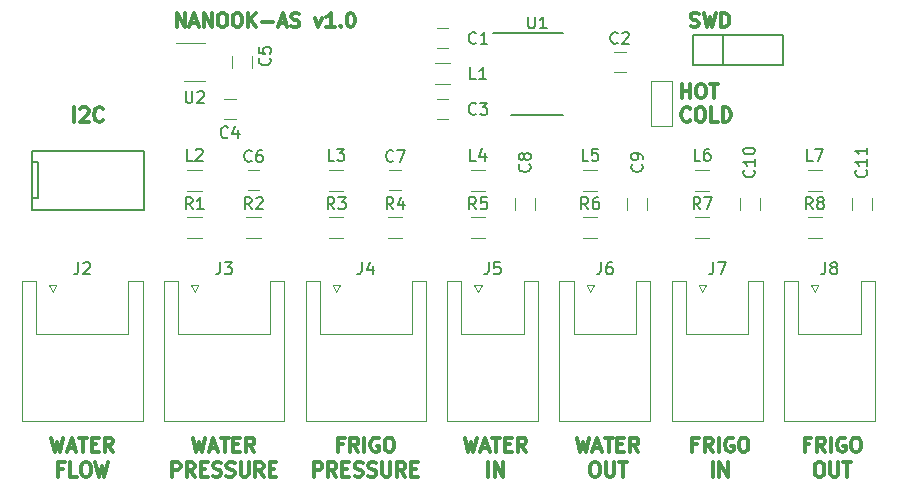
<source format=gbr>
G04 #@! TF.FileFunction,Legend,Top*
%FSLAX46Y46*%
G04 Gerber Fmt 4.6, Leading zero omitted, Abs format (unit mm)*
G04 Created by KiCad (PCBNEW 4.0.7-e2-6376~58~ubuntu16.04.1) date Wed Dec 26 14:08:54 2018*
%MOMM*%
%LPD*%
G01*
G04 APERTURE LIST*
%ADD10C,0.100000*%
%ADD11C,0.300000*%
%ADD12C,0.120000*%
%ADD13C,0.150000*%
G04 APERTURE END LIST*
D10*
D11*
X155485714Y-89042857D02*
X155485714Y-87842857D01*
X156171429Y-89042857D01*
X156171429Y-87842857D01*
X156685714Y-88700000D02*
X157257143Y-88700000D01*
X156571429Y-89042857D02*
X156971429Y-87842857D01*
X157371429Y-89042857D01*
X157771428Y-89042857D02*
X157771428Y-87842857D01*
X158457143Y-89042857D01*
X158457143Y-87842857D01*
X159257143Y-87842857D02*
X159485714Y-87842857D01*
X159600000Y-87900000D01*
X159714286Y-88014286D01*
X159771428Y-88242857D01*
X159771428Y-88642857D01*
X159714286Y-88871429D01*
X159600000Y-88985714D01*
X159485714Y-89042857D01*
X159257143Y-89042857D01*
X159142857Y-88985714D01*
X159028571Y-88871429D01*
X158971428Y-88642857D01*
X158971428Y-88242857D01*
X159028571Y-88014286D01*
X159142857Y-87900000D01*
X159257143Y-87842857D01*
X160514286Y-87842857D02*
X160742857Y-87842857D01*
X160857143Y-87900000D01*
X160971429Y-88014286D01*
X161028571Y-88242857D01*
X161028571Y-88642857D01*
X160971429Y-88871429D01*
X160857143Y-88985714D01*
X160742857Y-89042857D01*
X160514286Y-89042857D01*
X160400000Y-88985714D01*
X160285714Y-88871429D01*
X160228571Y-88642857D01*
X160228571Y-88242857D01*
X160285714Y-88014286D01*
X160400000Y-87900000D01*
X160514286Y-87842857D01*
X161542857Y-89042857D02*
X161542857Y-87842857D01*
X162228572Y-89042857D02*
X161714286Y-88357143D01*
X162228572Y-87842857D02*
X161542857Y-88528571D01*
X162742857Y-88585714D02*
X163657143Y-88585714D01*
X164171428Y-88700000D02*
X164742857Y-88700000D01*
X164057143Y-89042857D02*
X164457143Y-87842857D01*
X164857143Y-89042857D01*
X165199999Y-88985714D02*
X165371428Y-89042857D01*
X165657142Y-89042857D01*
X165771428Y-88985714D01*
X165828571Y-88928571D01*
X165885714Y-88814286D01*
X165885714Y-88700000D01*
X165828571Y-88585714D01*
X165771428Y-88528571D01*
X165657142Y-88471429D01*
X165428571Y-88414286D01*
X165314285Y-88357143D01*
X165257142Y-88300000D01*
X165199999Y-88185714D01*
X165199999Y-88071429D01*
X165257142Y-87957143D01*
X165314285Y-87900000D01*
X165428571Y-87842857D01*
X165714285Y-87842857D01*
X165885714Y-87900000D01*
X167200000Y-88242857D02*
X167485714Y-89042857D01*
X167771428Y-88242857D01*
X168857143Y-89042857D02*
X168171428Y-89042857D01*
X168514286Y-89042857D02*
X168514286Y-87842857D01*
X168400000Y-88014286D01*
X168285714Y-88128571D01*
X168171428Y-88185714D01*
X169371428Y-88928571D02*
X169428571Y-88985714D01*
X169371428Y-89042857D01*
X169314285Y-88985714D01*
X169371428Y-88928571D01*
X169371428Y-89042857D01*
X170171429Y-87842857D02*
X170285714Y-87842857D01*
X170400000Y-87900000D01*
X170457143Y-87957143D01*
X170514286Y-88071429D01*
X170571429Y-88300000D01*
X170571429Y-88585714D01*
X170514286Y-88814286D01*
X170457143Y-88928571D01*
X170400000Y-88985714D01*
X170285714Y-89042857D01*
X170171429Y-89042857D01*
X170057143Y-88985714D01*
X170000000Y-88928571D01*
X169942857Y-88814286D01*
X169885714Y-88585714D01*
X169885714Y-88300000D01*
X169942857Y-88071429D01*
X170000000Y-87957143D01*
X170057143Y-87900000D01*
X170171429Y-87842857D01*
X209057143Y-124364286D02*
X208657143Y-124364286D01*
X208657143Y-124992857D02*
X208657143Y-123792857D01*
X209228572Y-123792857D01*
X210371429Y-124992857D02*
X209971429Y-124421429D01*
X209685714Y-124992857D02*
X209685714Y-123792857D01*
X210142857Y-123792857D01*
X210257143Y-123850000D01*
X210314286Y-123907143D01*
X210371429Y-124021429D01*
X210371429Y-124192857D01*
X210314286Y-124307143D01*
X210257143Y-124364286D01*
X210142857Y-124421429D01*
X209685714Y-124421429D01*
X210885714Y-124992857D02*
X210885714Y-123792857D01*
X212085715Y-123850000D02*
X211971429Y-123792857D01*
X211800000Y-123792857D01*
X211628572Y-123850000D01*
X211514286Y-123964286D01*
X211457143Y-124078571D01*
X211400000Y-124307143D01*
X211400000Y-124478571D01*
X211457143Y-124707143D01*
X211514286Y-124821429D01*
X211628572Y-124935714D01*
X211800000Y-124992857D01*
X211914286Y-124992857D01*
X212085715Y-124935714D01*
X212142858Y-124878571D01*
X212142858Y-124478571D01*
X211914286Y-124478571D01*
X212885715Y-123792857D02*
X213114286Y-123792857D01*
X213228572Y-123850000D01*
X213342858Y-123964286D01*
X213400000Y-124192857D01*
X213400000Y-124592857D01*
X213342858Y-124821429D01*
X213228572Y-124935714D01*
X213114286Y-124992857D01*
X212885715Y-124992857D01*
X212771429Y-124935714D01*
X212657143Y-124821429D01*
X212600000Y-124592857D01*
X212600000Y-124192857D01*
X212657143Y-123964286D01*
X212771429Y-123850000D01*
X212885715Y-123792857D01*
X209800000Y-125892857D02*
X210028571Y-125892857D01*
X210142857Y-125950000D01*
X210257143Y-126064286D01*
X210314285Y-126292857D01*
X210314285Y-126692857D01*
X210257143Y-126921429D01*
X210142857Y-127035714D01*
X210028571Y-127092857D01*
X209800000Y-127092857D01*
X209685714Y-127035714D01*
X209571428Y-126921429D01*
X209514285Y-126692857D01*
X209514285Y-126292857D01*
X209571428Y-126064286D01*
X209685714Y-125950000D01*
X209800000Y-125892857D01*
X210828571Y-125892857D02*
X210828571Y-126864286D01*
X210885714Y-126978571D01*
X210942857Y-127035714D01*
X211057143Y-127092857D01*
X211285714Y-127092857D01*
X211400000Y-127035714D01*
X211457143Y-126978571D01*
X211514286Y-126864286D01*
X211514286Y-125892857D01*
X211914286Y-125892857D02*
X212600000Y-125892857D01*
X212257143Y-127092857D02*
X212257143Y-125892857D01*
X199557143Y-124364286D02*
X199157143Y-124364286D01*
X199157143Y-124992857D02*
X199157143Y-123792857D01*
X199728572Y-123792857D01*
X200871429Y-124992857D02*
X200471429Y-124421429D01*
X200185714Y-124992857D02*
X200185714Y-123792857D01*
X200642857Y-123792857D01*
X200757143Y-123850000D01*
X200814286Y-123907143D01*
X200871429Y-124021429D01*
X200871429Y-124192857D01*
X200814286Y-124307143D01*
X200757143Y-124364286D01*
X200642857Y-124421429D01*
X200185714Y-124421429D01*
X201385714Y-124992857D02*
X201385714Y-123792857D01*
X202585715Y-123850000D02*
X202471429Y-123792857D01*
X202300000Y-123792857D01*
X202128572Y-123850000D01*
X202014286Y-123964286D01*
X201957143Y-124078571D01*
X201900000Y-124307143D01*
X201900000Y-124478571D01*
X201957143Y-124707143D01*
X202014286Y-124821429D01*
X202128572Y-124935714D01*
X202300000Y-124992857D01*
X202414286Y-124992857D01*
X202585715Y-124935714D01*
X202642858Y-124878571D01*
X202642858Y-124478571D01*
X202414286Y-124478571D01*
X203385715Y-123792857D02*
X203614286Y-123792857D01*
X203728572Y-123850000D01*
X203842858Y-123964286D01*
X203900000Y-124192857D01*
X203900000Y-124592857D01*
X203842858Y-124821429D01*
X203728572Y-124935714D01*
X203614286Y-124992857D01*
X203385715Y-124992857D01*
X203271429Y-124935714D01*
X203157143Y-124821429D01*
X203100000Y-124592857D01*
X203100000Y-124192857D01*
X203157143Y-123964286D01*
X203271429Y-123850000D01*
X203385715Y-123792857D01*
X200871428Y-127092857D02*
X200871428Y-125892857D01*
X201442857Y-127092857D02*
X201442857Y-125892857D01*
X202128572Y-127092857D01*
X202128572Y-125892857D01*
X189371429Y-123792857D02*
X189657143Y-124992857D01*
X189885714Y-124135714D01*
X190114286Y-124992857D01*
X190400000Y-123792857D01*
X190800000Y-124650000D02*
X191371429Y-124650000D01*
X190685715Y-124992857D02*
X191085715Y-123792857D01*
X191485715Y-124992857D01*
X191714286Y-123792857D02*
X192400000Y-123792857D01*
X192057143Y-124992857D02*
X192057143Y-123792857D01*
X192800000Y-124364286D02*
X193200000Y-124364286D01*
X193371429Y-124992857D02*
X192800000Y-124992857D01*
X192800000Y-123792857D01*
X193371429Y-123792857D01*
X194571429Y-124992857D02*
X194171429Y-124421429D01*
X193885714Y-124992857D02*
X193885714Y-123792857D01*
X194342857Y-123792857D01*
X194457143Y-123850000D01*
X194514286Y-123907143D01*
X194571429Y-124021429D01*
X194571429Y-124192857D01*
X194514286Y-124307143D01*
X194457143Y-124364286D01*
X194342857Y-124421429D01*
X193885714Y-124421429D01*
X190800000Y-125892857D02*
X191028571Y-125892857D01*
X191142857Y-125950000D01*
X191257143Y-126064286D01*
X191314285Y-126292857D01*
X191314285Y-126692857D01*
X191257143Y-126921429D01*
X191142857Y-127035714D01*
X191028571Y-127092857D01*
X190800000Y-127092857D01*
X190685714Y-127035714D01*
X190571428Y-126921429D01*
X190514285Y-126692857D01*
X190514285Y-126292857D01*
X190571428Y-126064286D01*
X190685714Y-125950000D01*
X190800000Y-125892857D01*
X191828571Y-125892857D02*
X191828571Y-126864286D01*
X191885714Y-126978571D01*
X191942857Y-127035714D01*
X192057143Y-127092857D01*
X192285714Y-127092857D01*
X192400000Y-127035714D01*
X192457143Y-126978571D01*
X192514286Y-126864286D01*
X192514286Y-125892857D01*
X192914286Y-125892857D02*
X193600000Y-125892857D01*
X193257143Y-127092857D02*
X193257143Y-125892857D01*
X179871429Y-123792857D02*
X180157143Y-124992857D01*
X180385714Y-124135714D01*
X180614286Y-124992857D01*
X180900000Y-123792857D01*
X181300000Y-124650000D02*
X181871429Y-124650000D01*
X181185715Y-124992857D02*
X181585715Y-123792857D01*
X181985715Y-124992857D01*
X182214286Y-123792857D02*
X182900000Y-123792857D01*
X182557143Y-124992857D02*
X182557143Y-123792857D01*
X183300000Y-124364286D02*
X183700000Y-124364286D01*
X183871429Y-124992857D02*
X183300000Y-124992857D01*
X183300000Y-123792857D01*
X183871429Y-123792857D01*
X185071429Y-124992857D02*
X184671429Y-124421429D01*
X184385714Y-124992857D02*
X184385714Y-123792857D01*
X184842857Y-123792857D01*
X184957143Y-123850000D01*
X185014286Y-123907143D01*
X185071429Y-124021429D01*
X185071429Y-124192857D01*
X185014286Y-124307143D01*
X184957143Y-124364286D01*
X184842857Y-124421429D01*
X184385714Y-124421429D01*
X181871428Y-127092857D02*
X181871428Y-125892857D01*
X182442857Y-127092857D02*
X182442857Y-125892857D01*
X183128572Y-127092857D01*
X183128572Y-125892857D01*
X169557143Y-124364286D02*
X169157143Y-124364286D01*
X169157143Y-124992857D02*
X169157143Y-123792857D01*
X169728572Y-123792857D01*
X170871429Y-124992857D02*
X170471429Y-124421429D01*
X170185714Y-124992857D02*
X170185714Y-123792857D01*
X170642857Y-123792857D01*
X170757143Y-123850000D01*
X170814286Y-123907143D01*
X170871429Y-124021429D01*
X170871429Y-124192857D01*
X170814286Y-124307143D01*
X170757143Y-124364286D01*
X170642857Y-124421429D01*
X170185714Y-124421429D01*
X171385714Y-124992857D02*
X171385714Y-123792857D01*
X172585715Y-123850000D02*
X172471429Y-123792857D01*
X172300000Y-123792857D01*
X172128572Y-123850000D01*
X172014286Y-123964286D01*
X171957143Y-124078571D01*
X171900000Y-124307143D01*
X171900000Y-124478571D01*
X171957143Y-124707143D01*
X172014286Y-124821429D01*
X172128572Y-124935714D01*
X172300000Y-124992857D01*
X172414286Y-124992857D01*
X172585715Y-124935714D01*
X172642858Y-124878571D01*
X172642858Y-124478571D01*
X172414286Y-124478571D01*
X173385715Y-123792857D02*
X173614286Y-123792857D01*
X173728572Y-123850000D01*
X173842858Y-123964286D01*
X173900000Y-124192857D01*
X173900000Y-124592857D01*
X173842858Y-124821429D01*
X173728572Y-124935714D01*
X173614286Y-124992857D01*
X173385715Y-124992857D01*
X173271429Y-124935714D01*
X173157143Y-124821429D01*
X173100000Y-124592857D01*
X173100000Y-124192857D01*
X173157143Y-123964286D01*
X173271429Y-123850000D01*
X173385715Y-123792857D01*
X167128572Y-127092857D02*
X167128572Y-125892857D01*
X167585715Y-125892857D01*
X167700001Y-125950000D01*
X167757144Y-126007143D01*
X167814287Y-126121429D01*
X167814287Y-126292857D01*
X167757144Y-126407143D01*
X167700001Y-126464286D01*
X167585715Y-126521429D01*
X167128572Y-126521429D01*
X169014287Y-127092857D02*
X168614287Y-126521429D01*
X168328572Y-127092857D02*
X168328572Y-125892857D01*
X168785715Y-125892857D01*
X168900001Y-125950000D01*
X168957144Y-126007143D01*
X169014287Y-126121429D01*
X169014287Y-126292857D01*
X168957144Y-126407143D01*
X168900001Y-126464286D01*
X168785715Y-126521429D01*
X168328572Y-126521429D01*
X169528572Y-126464286D02*
X169928572Y-126464286D01*
X170100001Y-127092857D02*
X169528572Y-127092857D01*
X169528572Y-125892857D01*
X170100001Y-125892857D01*
X170557143Y-127035714D02*
X170728572Y-127092857D01*
X171014286Y-127092857D01*
X171128572Y-127035714D01*
X171185715Y-126978571D01*
X171242858Y-126864286D01*
X171242858Y-126750000D01*
X171185715Y-126635714D01*
X171128572Y-126578571D01*
X171014286Y-126521429D01*
X170785715Y-126464286D01*
X170671429Y-126407143D01*
X170614286Y-126350000D01*
X170557143Y-126235714D01*
X170557143Y-126121429D01*
X170614286Y-126007143D01*
X170671429Y-125950000D01*
X170785715Y-125892857D01*
X171071429Y-125892857D01*
X171242858Y-125950000D01*
X171700000Y-127035714D02*
X171871429Y-127092857D01*
X172157143Y-127092857D01*
X172271429Y-127035714D01*
X172328572Y-126978571D01*
X172385715Y-126864286D01*
X172385715Y-126750000D01*
X172328572Y-126635714D01*
X172271429Y-126578571D01*
X172157143Y-126521429D01*
X171928572Y-126464286D01*
X171814286Y-126407143D01*
X171757143Y-126350000D01*
X171700000Y-126235714D01*
X171700000Y-126121429D01*
X171757143Y-126007143D01*
X171814286Y-125950000D01*
X171928572Y-125892857D01*
X172214286Y-125892857D01*
X172385715Y-125950000D01*
X172900000Y-125892857D02*
X172900000Y-126864286D01*
X172957143Y-126978571D01*
X173014286Y-127035714D01*
X173128572Y-127092857D01*
X173357143Y-127092857D01*
X173471429Y-127035714D01*
X173528572Y-126978571D01*
X173585715Y-126864286D01*
X173585715Y-125892857D01*
X174842858Y-127092857D02*
X174442858Y-126521429D01*
X174157143Y-127092857D02*
X174157143Y-125892857D01*
X174614286Y-125892857D01*
X174728572Y-125950000D01*
X174785715Y-126007143D01*
X174842858Y-126121429D01*
X174842858Y-126292857D01*
X174785715Y-126407143D01*
X174728572Y-126464286D01*
X174614286Y-126521429D01*
X174157143Y-126521429D01*
X175357143Y-126464286D02*
X175757143Y-126464286D01*
X175928572Y-127092857D02*
X175357143Y-127092857D01*
X175357143Y-125892857D01*
X175928572Y-125892857D01*
X156871429Y-123792857D02*
X157157143Y-124992857D01*
X157385714Y-124135714D01*
X157614286Y-124992857D01*
X157900000Y-123792857D01*
X158300000Y-124650000D02*
X158871429Y-124650000D01*
X158185715Y-124992857D02*
X158585715Y-123792857D01*
X158985715Y-124992857D01*
X159214286Y-123792857D02*
X159900000Y-123792857D01*
X159557143Y-124992857D02*
X159557143Y-123792857D01*
X160300000Y-124364286D02*
X160700000Y-124364286D01*
X160871429Y-124992857D02*
X160300000Y-124992857D01*
X160300000Y-123792857D01*
X160871429Y-123792857D01*
X162071429Y-124992857D02*
X161671429Y-124421429D01*
X161385714Y-124992857D02*
X161385714Y-123792857D01*
X161842857Y-123792857D01*
X161957143Y-123850000D01*
X162014286Y-123907143D01*
X162071429Y-124021429D01*
X162071429Y-124192857D01*
X162014286Y-124307143D01*
X161957143Y-124364286D01*
X161842857Y-124421429D01*
X161385714Y-124421429D01*
X155128572Y-127092857D02*
X155128572Y-125892857D01*
X155585715Y-125892857D01*
X155700001Y-125950000D01*
X155757144Y-126007143D01*
X155814287Y-126121429D01*
X155814287Y-126292857D01*
X155757144Y-126407143D01*
X155700001Y-126464286D01*
X155585715Y-126521429D01*
X155128572Y-126521429D01*
X157014287Y-127092857D02*
X156614287Y-126521429D01*
X156328572Y-127092857D02*
X156328572Y-125892857D01*
X156785715Y-125892857D01*
X156900001Y-125950000D01*
X156957144Y-126007143D01*
X157014287Y-126121429D01*
X157014287Y-126292857D01*
X156957144Y-126407143D01*
X156900001Y-126464286D01*
X156785715Y-126521429D01*
X156328572Y-126521429D01*
X157528572Y-126464286D02*
X157928572Y-126464286D01*
X158100001Y-127092857D02*
X157528572Y-127092857D01*
X157528572Y-125892857D01*
X158100001Y-125892857D01*
X158557143Y-127035714D02*
X158728572Y-127092857D01*
X159014286Y-127092857D01*
X159128572Y-127035714D01*
X159185715Y-126978571D01*
X159242858Y-126864286D01*
X159242858Y-126750000D01*
X159185715Y-126635714D01*
X159128572Y-126578571D01*
X159014286Y-126521429D01*
X158785715Y-126464286D01*
X158671429Y-126407143D01*
X158614286Y-126350000D01*
X158557143Y-126235714D01*
X158557143Y-126121429D01*
X158614286Y-126007143D01*
X158671429Y-125950000D01*
X158785715Y-125892857D01*
X159071429Y-125892857D01*
X159242858Y-125950000D01*
X159700000Y-127035714D02*
X159871429Y-127092857D01*
X160157143Y-127092857D01*
X160271429Y-127035714D01*
X160328572Y-126978571D01*
X160385715Y-126864286D01*
X160385715Y-126750000D01*
X160328572Y-126635714D01*
X160271429Y-126578571D01*
X160157143Y-126521429D01*
X159928572Y-126464286D01*
X159814286Y-126407143D01*
X159757143Y-126350000D01*
X159700000Y-126235714D01*
X159700000Y-126121429D01*
X159757143Y-126007143D01*
X159814286Y-125950000D01*
X159928572Y-125892857D01*
X160214286Y-125892857D01*
X160385715Y-125950000D01*
X160900000Y-125892857D02*
X160900000Y-126864286D01*
X160957143Y-126978571D01*
X161014286Y-127035714D01*
X161128572Y-127092857D01*
X161357143Y-127092857D01*
X161471429Y-127035714D01*
X161528572Y-126978571D01*
X161585715Y-126864286D01*
X161585715Y-125892857D01*
X162842858Y-127092857D02*
X162442858Y-126521429D01*
X162157143Y-127092857D02*
X162157143Y-125892857D01*
X162614286Y-125892857D01*
X162728572Y-125950000D01*
X162785715Y-126007143D01*
X162842858Y-126121429D01*
X162842858Y-126292857D01*
X162785715Y-126407143D01*
X162728572Y-126464286D01*
X162614286Y-126521429D01*
X162157143Y-126521429D01*
X163357143Y-126464286D02*
X163757143Y-126464286D01*
X163928572Y-127092857D02*
X163357143Y-127092857D01*
X163357143Y-125892857D01*
X163928572Y-125892857D01*
X144871429Y-123792857D02*
X145157143Y-124992857D01*
X145385714Y-124135714D01*
X145614286Y-124992857D01*
X145900000Y-123792857D01*
X146300000Y-124650000D02*
X146871429Y-124650000D01*
X146185715Y-124992857D02*
X146585715Y-123792857D01*
X146985715Y-124992857D01*
X147214286Y-123792857D02*
X147900000Y-123792857D01*
X147557143Y-124992857D02*
X147557143Y-123792857D01*
X148300000Y-124364286D02*
X148700000Y-124364286D01*
X148871429Y-124992857D02*
X148300000Y-124992857D01*
X148300000Y-123792857D01*
X148871429Y-123792857D01*
X150071429Y-124992857D02*
X149671429Y-124421429D01*
X149385714Y-124992857D02*
X149385714Y-123792857D01*
X149842857Y-123792857D01*
X149957143Y-123850000D01*
X150014286Y-123907143D01*
X150071429Y-124021429D01*
X150071429Y-124192857D01*
X150014286Y-124307143D01*
X149957143Y-124364286D01*
X149842857Y-124421429D01*
X149385714Y-124421429D01*
X145871428Y-126464286D02*
X145471428Y-126464286D01*
X145471428Y-127092857D02*
X145471428Y-125892857D01*
X146042857Y-125892857D01*
X147071428Y-127092857D02*
X146499999Y-127092857D01*
X146499999Y-125892857D01*
X147700000Y-125892857D02*
X147928571Y-125892857D01*
X148042857Y-125950000D01*
X148157143Y-126064286D01*
X148214285Y-126292857D01*
X148214285Y-126692857D01*
X148157143Y-126921429D01*
X148042857Y-127035714D01*
X147928571Y-127092857D01*
X147700000Y-127092857D01*
X147585714Y-127035714D01*
X147471428Y-126921429D01*
X147414285Y-126692857D01*
X147414285Y-126292857D01*
X147471428Y-126064286D01*
X147585714Y-125950000D01*
X147700000Y-125892857D01*
X148614286Y-125892857D02*
X148900000Y-127092857D01*
X149128571Y-126235714D01*
X149357143Y-127092857D01*
X149642857Y-125892857D01*
X146828571Y-97042857D02*
X146828571Y-95842857D01*
X147342857Y-95957143D02*
X147400000Y-95900000D01*
X147514286Y-95842857D01*
X147800000Y-95842857D01*
X147914286Y-95900000D01*
X147971429Y-95957143D01*
X148028572Y-96071429D01*
X148028572Y-96185714D01*
X147971429Y-96357143D01*
X147285715Y-97042857D01*
X148028572Y-97042857D01*
X149228572Y-96928571D02*
X149171429Y-96985714D01*
X149000000Y-97042857D01*
X148885714Y-97042857D01*
X148714286Y-96985714D01*
X148600000Y-96871429D01*
X148542857Y-96757143D01*
X148485714Y-96528571D01*
X148485714Y-96357143D01*
X148542857Y-96128571D01*
X148600000Y-96014286D01*
X148714286Y-95900000D01*
X148885714Y-95842857D01*
X149000000Y-95842857D01*
X149171429Y-95900000D01*
X149228572Y-95957143D01*
X199014285Y-88985714D02*
X199185714Y-89042857D01*
X199471428Y-89042857D01*
X199585714Y-88985714D01*
X199642857Y-88928571D01*
X199700000Y-88814286D01*
X199700000Y-88700000D01*
X199642857Y-88585714D01*
X199585714Y-88528571D01*
X199471428Y-88471429D01*
X199242857Y-88414286D01*
X199128571Y-88357143D01*
X199071428Y-88300000D01*
X199014285Y-88185714D01*
X199014285Y-88071429D01*
X199071428Y-87957143D01*
X199128571Y-87900000D01*
X199242857Y-87842857D01*
X199528571Y-87842857D01*
X199700000Y-87900000D01*
X200100000Y-87842857D02*
X200385714Y-89042857D01*
X200614285Y-88185714D01*
X200842857Y-89042857D01*
X201128571Y-87842857D01*
X201585714Y-89042857D02*
X201585714Y-87842857D01*
X201871429Y-87842857D01*
X202042857Y-87900000D01*
X202157143Y-88014286D01*
X202214286Y-88128571D01*
X202271429Y-88357143D01*
X202271429Y-88528571D01*
X202214286Y-88757143D01*
X202157143Y-88871429D01*
X202042857Y-88985714D01*
X201871429Y-89042857D01*
X201585714Y-89042857D01*
X198971429Y-96928571D02*
X198914286Y-96985714D01*
X198742857Y-97042857D01*
X198628571Y-97042857D01*
X198457143Y-96985714D01*
X198342857Y-96871429D01*
X198285714Y-96757143D01*
X198228571Y-96528571D01*
X198228571Y-96357143D01*
X198285714Y-96128571D01*
X198342857Y-96014286D01*
X198457143Y-95900000D01*
X198628571Y-95842857D01*
X198742857Y-95842857D01*
X198914286Y-95900000D01*
X198971429Y-95957143D01*
X199714286Y-95842857D02*
X199942857Y-95842857D01*
X200057143Y-95900000D01*
X200171429Y-96014286D01*
X200228571Y-96242857D01*
X200228571Y-96642857D01*
X200171429Y-96871429D01*
X200057143Y-96985714D01*
X199942857Y-97042857D01*
X199714286Y-97042857D01*
X199600000Y-96985714D01*
X199485714Y-96871429D01*
X199428571Y-96642857D01*
X199428571Y-96242857D01*
X199485714Y-96014286D01*
X199600000Y-95900000D01*
X199714286Y-95842857D01*
X201314286Y-97042857D02*
X200742857Y-97042857D01*
X200742857Y-95842857D01*
X201714286Y-97042857D02*
X201714286Y-95842857D01*
X202000001Y-95842857D01*
X202171429Y-95900000D01*
X202285715Y-96014286D01*
X202342858Y-96128571D01*
X202400001Y-96357143D01*
X202400001Y-96528571D01*
X202342858Y-96757143D01*
X202285715Y-96871429D01*
X202171429Y-96985714D01*
X202000001Y-97042857D01*
X201714286Y-97042857D01*
X198285714Y-95042857D02*
X198285714Y-93842857D01*
X198285714Y-94414286D02*
X198971429Y-94414286D01*
X198971429Y-95042857D02*
X198971429Y-93842857D01*
X199771429Y-93842857D02*
X200000000Y-93842857D01*
X200114286Y-93900000D01*
X200228572Y-94014286D01*
X200285714Y-94242857D01*
X200285714Y-94642857D01*
X200228572Y-94871429D01*
X200114286Y-94985714D01*
X200000000Y-95042857D01*
X199771429Y-95042857D01*
X199657143Y-94985714D01*
X199542857Y-94871429D01*
X199485714Y-94642857D01*
X199485714Y-94242857D01*
X199542857Y-94014286D01*
X199657143Y-93900000D01*
X199771429Y-93842857D01*
X200628572Y-93842857D02*
X201314286Y-93842857D01*
X200971429Y-95042857D02*
X200971429Y-93842857D01*
D12*
X177500000Y-90850000D02*
X178500000Y-90850000D01*
X178500000Y-89150000D02*
X177500000Y-89150000D01*
X193500000Y-91150000D02*
X192500000Y-91150000D01*
X192500000Y-92850000D02*
X193500000Y-92850000D01*
X178500000Y-95150000D02*
X177500000Y-95150000D01*
X177500000Y-96850000D02*
X178500000Y-96850000D01*
X159500000Y-96850000D02*
X160500000Y-96850000D01*
X160500000Y-95150000D02*
X159500000Y-95150000D01*
X160150000Y-91500000D02*
X160150000Y-92500000D01*
X161850000Y-92500000D02*
X161850000Y-91500000D01*
X162500000Y-101150000D02*
X161500000Y-101150000D01*
X161500000Y-102850000D02*
X162500000Y-102850000D01*
X174500000Y-101150000D02*
X173500000Y-101150000D01*
X173500000Y-102850000D02*
X174500000Y-102850000D01*
X185850000Y-104500000D02*
X185850000Y-103500000D01*
X184150000Y-103500000D02*
X184150000Y-104500000D01*
X195350000Y-104500000D02*
X195350000Y-103500000D01*
X193650000Y-103500000D02*
X193650000Y-104500000D01*
X204850000Y-104500000D02*
X204850000Y-103500000D01*
X203150000Y-103500000D02*
X203150000Y-104500000D01*
X214350000Y-104500000D02*
X214350000Y-103500000D01*
X212650000Y-103500000D02*
X212650000Y-104500000D01*
X197390000Y-97410000D02*
X197390000Y-93590000D01*
X197390000Y-93590000D02*
X195610000Y-93590000D01*
X195610000Y-93590000D02*
X195610000Y-97410000D01*
X197390000Y-97410000D02*
X195610000Y-97410000D01*
X178600000Y-93880000D02*
X177400000Y-93880000D01*
X177400000Y-92120000D02*
X178600000Y-92120000D01*
X157600000Y-102880000D02*
X156400000Y-102880000D01*
X156400000Y-101120000D02*
X157600000Y-101120000D01*
X169600000Y-102880000D02*
X168400000Y-102880000D01*
X168400000Y-101120000D02*
X169600000Y-101120000D01*
X181600000Y-102880000D02*
X180400000Y-102880000D01*
X180400000Y-101120000D02*
X181600000Y-101120000D01*
X191100000Y-102880000D02*
X189900000Y-102880000D01*
X189900000Y-101120000D02*
X191100000Y-101120000D01*
X200600000Y-102880000D02*
X199400000Y-102880000D01*
X199400000Y-101120000D02*
X200600000Y-101120000D01*
X210100000Y-102880000D02*
X208900000Y-102880000D01*
X208900000Y-101120000D02*
X210100000Y-101120000D01*
X157600000Y-106880000D02*
X156400000Y-106880000D01*
X156400000Y-105120000D02*
X157600000Y-105120000D01*
X162600000Y-106880000D02*
X161400000Y-106880000D01*
X161400000Y-105120000D02*
X162600000Y-105120000D01*
X169600000Y-106880000D02*
X168400000Y-106880000D01*
X168400000Y-105120000D02*
X169600000Y-105120000D01*
X174600000Y-106880000D02*
X173400000Y-106880000D01*
X173400000Y-105120000D02*
X174600000Y-105120000D01*
X181600000Y-106880000D02*
X180400000Y-106880000D01*
X180400000Y-105120000D02*
X181600000Y-105120000D01*
X191100000Y-106880000D02*
X189900000Y-106880000D01*
X189900000Y-105120000D02*
X191100000Y-105120000D01*
X200600000Y-106880000D02*
X199400000Y-106880000D01*
X199400000Y-105120000D02*
X200600000Y-105120000D01*
X210100000Y-106880000D02*
X208900000Y-106880000D01*
X208900000Y-105120000D02*
X210100000Y-105120000D01*
D13*
X183775000Y-96450000D02*
X188225000Y-96450000D01*
X182250000Y-89550000D02*
X188225000Y-89550000D01*
D12*
X156100000Y-93610000D02*
X157900000Y-93610000D01*
X157900000Y-90390000D02*
X155450000Y-90390000D01*
D13*
X143250000Y-99500000D02*
X152750000Y-99500000D01*
X143250000Y-104500000D02*
X152750000Y-104500000D01*
X143250000Y-99500000D02*
X143250000Y-104500000D01*
X152750000Y-99500000D02*
X152750000Y-104500000D01*
X143250000Y-100500000D02*
X143750000Y-100500000D01*
X143750000Y-100500000D02*
X143750000Y-103500000D01*
X143250000Y-103500000D02*
X143750000Y-103500000D01*
X201730000Y-89730000D02*
X201730000Y-92270000D01*
X199190000Y-89730000D02*
X206810000Y-89730000D01*
X206810000Y-89730000D02*
X206810000Y-92270000D01*
X206810000Y-92270000D02*
X199190000Y-92270000D01*
X199190000Y-92270000D02*
X199190000Y-89730000D01*
D12*
X147500000Y-122350000D02*
X142400000Y-122350000D01*
X142400000Y-122350000D02*
X142400000Y-110550000D01*
X142400000Y-110550000D02*
X143600000Y-110550000D01*
X143600000Y-110550000D02*
X143600000Y-115050000D01*
X143600000Y-115050000D02*
X147500000Y-115050000D01*
X147500000Y-122350000D02*
X152600000Y-122350000D01*
X152600000Y-122350000D02*
X152600000Y-110550000D01*
X152600000Y-110550000D02*
X151400000Y-110550000D01*
X151400000Y-110550000D02*
X151400000Y-115050000D01*
X151400000Y-115050000D02*
X147500000Y-115050000D01*
X145000000Y-111500000D02*
X144700000Y-110900000D01*
X144700000Y-110900000D02*
X145300000Y-110900000D01*
X145300000Y-110900000D02*
X145000000Y-111500000D01*
X159500000Y-122350000D02*
X154400000Y-122350000D01*
X154400000Y-122350000D02*
X154400000Y-110550000D01*
X154400000Y-110550000D02*
X155600000Y-110550000D01*
X155600000Y-110550000D02*
X155600000Y-115050000D01*
X155600000Y-115050000D02*
X159500000Y-115050000D01*
X159500000Y-122350000D02*
X164600000Y-122350000D01*
X164600000Y-122350000D02*
X164600000Y-110550000D01*
X164600000Y-110550000D02*
X163400000Y-110550000D01*
X163400000Y-110550000D02*
X163400000Y-115050000D01*
X163400000Y-115050000D02*
X159500000Y-115050000D01*
X157000000Y-111500000D02*
X156700000Y-110900000D01*
X156700000Y-110900000D02*
X157300000Y-110900000D01*
X157300000Y-110900000D02*
X157000000Y-111500000D01*
X171500000Y-122350000D02*
X166400000Y-122350000D01*
X166400000Y-122350000D02*
X166400000Y-110550000D01*
X166400000Y-110550000D02*
X167600000Y-110550000D01*
X167600000Y-110550000D02*
X167600000Y-115050000D01*
X167600000Y-115050000D02*
X171500000Y-115050000D01*
X171500000Y-122350000D02*
X176600000Y-122350000D01*
X176600000Y-122350000D02*
X176600000Y-110550000D01*
X176600000Y-110550000D02*
X175400000Y-110550000D01*
X175400000Y-110550000D02*
X175400000Y-115050000D01*
X175400000Y-115050000D02*
X171500000Y-115050000D01*
X169000000Y-111500000D02*
X168700000Y-110900000D01*
X168700000Y-110900000D02*
X169300000Y-110900000D01*
X169300000Y-110900000D02*
X169000000Y-111500000D01*
X182250000Y-122350000D02*
X178400000Y-122350000D01*
X178400000Y-122350000D02*
X178400000Y-110550000D01*
X178400000Y-110550000D02*
X179600000Y-110550000D01*
X179600000Y-110550000D02*
X179600000Y-115050000D01*
X179600000Y-115050000D02*
X182250000Y-115050000D01*
X182250000Y-122350000D02*
X186100000Y-122350000D01*
X186100000Y-122350000D02*
X186100000Y-110550000D01*
X186100000Y-110550000D02*
X184900000Y-110550000D01*
X184900000Y-110550000D02*
X184900000Y-115050000D01*
X184900000Y-115050000D02*
X182250000Y-115050000D01*
X181000000Y-111500000D02*
X180700000Y-110900000D01*
X180700000Y-110900000D02*
X181300000Y-110900000D01*
X181300000Y-110900000D02*
X181000000Y-111500000D01*
X191750000Y-122350000D02*
X187900000Y-122350000D01*
X187900000Y-122350000D02*
X187900000Y-110550000D01*
X187900000Y-110550000D02*
X189100000Y-110550000D01*
X189100000Y-110550000D02*
X189100000Y-115050000D01*
X189100000Y-115050000D02*
X191750000Y-115050000D01*
X191750000Y-122350000D02*
X195600000Y-122350000D01*
X195600000Y-122350000D02*
X195600000Y-110550000D01*
X195600000Y-110550000D02*
X194400000Y-110550000D01*
X194400000Y-110550000D02*
X194400000Y-115050000D01*
X194400000Y-115050000D02*
X191750000Y-115050000D01*
X190500000Y-111500000D02*
X190200000Y-110900000D01*
X190200000Y-110900000D02*
X190800000Y-110900000D01*
X190800000Y-110900000D02*
X190500000Y-111500000D01*
X201250000Y-122350000D02*
X197400000Y-122350000D01*
X197400000Y-122350000D02*
X197400000Y-110550000D01*
X197400000Y-110550000D02*
X198600000Y-110550000D01*
X198600000Y-110550000D02*
X198600000Y-115050000D01*
X198600000Y-115050000D02*
X201250000Y-115050000D01*
X201250000Y-122350000D02*
X205100000Y-122350000D01*
X205100000Y-122350000D02*
X205100000Y-110550000D01*
X205100000Y-110550000D02*
X203900000Y-110550000D01*
X203900000Y-110550000D02*
X203900000Y-115050000D01*
X203900000Y-115050000D02*
X201250000Y-115050000D01*
X200000000Y-111500000D02*
X199700000Y-110900000D01*
X199700000Y-110900000D02*
X200300000Y-110900000D01*
X200300000Y-110900000D02*
X200000000Y-111500000D01*
X210750000Y-122350000D02*
X206900000Y-122350000D01*
X206900000Y-122350000D02*
X206900000Y-110550000D01*
X206900000Y-110550000D02*
X208100000Y-110550000D01*
X208100000Y-110550000D02*
X208100000Y-115050000D01*
X208100000Y-115050000D02*
X210750000Y-115050000D01*
X210750000Y-122350000D02*
X214600000Y-122350000D01*
X214600000Y-122350000D02*
X214600000Y-110550000D01*
X214600000Y-110550000D02*
X213400000Y-110550000D01*
X213400000Y-110550000D02*
X213400000Y-115050000D01*
X213400000Y-115050000D02*
X210750000Y-115050000D01*
X209500000Y-111500000D02*
X209200000Y-110900000D01*
X209200000Y-110900000D02*
X209800000Y-110900000D01*
X209800000Y-110900000D02*
X209500000Y-111500000D01*
D13*
X180833334Y-90357143D02*
X180785715Y-90404762D01*
X180642858Y-90452381D01*
X180547620Y-90452381D01*
X180404762Y-90404762D01*
X180309524Y-90309524D01*
X180261905Y-90214286D01*
X180214286Y-90023810D01*
X180214286Y-89880952D01*
X180261905Y-89690476D01*
X180309524Y-89595238D01*
X180404762Y-89500000D01*
X180547620Y-89452381D01*
X180642858Y-89452381D01*
X180785715Y-89500000D01*
X180833334Y-89547619D01*
X181785715Y-90452381D02*
X181214286Y-90452381D01*
X181500000Y-90452381D02*
X181500000Y-89452381D01*
X181404762Y-89595238D01*
X181309524Y-89690476D01*
X181214286Y-89738095D01*
X192833334Y-90357143D02*
X192785715Y-90404762D01*
X192642858Y-90452381D01*
X192547620Y-90452381D01*
X192404762Y-90404762D01*
X192309524Y-90309524D01*
X192261905Y-90214286D01*
X192214286Y-90023810D01*
X192214286Y-89880952D01*
X192261905Y-89690476D01*
X192309524Y-89595238D01*
X192404762Y-89500000D01*
X192547620Y-89452381D01*
X192642858Y-89452381D01*
X192785715Y-89500000D01*
X192833334Y-89547619D01*
X193214286Y-89547619D02*
X193261905Y-89500000D01*
X193357143Y-89452381D01*
X193595239Y-89452381D01*
X193690477Y-89500000D01*
X193738096Y-89547619D01*
X193785715Y-89642857D01*
X193785715Y-89738095D01*
X193738096Y-89880952D01*
X193166667Y-90452381D01*
X193785715Y-90452381D01*
X180833334Y-96357143D02*
X180785715Y-96404762D01*
X180642858Y-96452381D01*
X180547620Y-96452381D01*
X180404762Y-96404762D01*
X180309524Y-96309524D01*
X180261905Y-96214286D01*
X180214286Y-96023810D01*
X180214286Y-95880952D01*
X180261905Y-95690476D01*
X180309524Y-95595238D01*
X180404762Y-95500000D01*
X180547620Y-95452381D01*
X180642858Y-95452381D01*
X180785715Y-95500000D01*
X180833334Y-95547619D01*
X181166667Y-95452381D02*
X181785715Y-95452381D01*
X181452381Y-95833333D01*
X181595239Y-95833333D01*
X181690477Y-95880952D01*
X181738096Y-95928571D01*
X181785715Y-96023810D01*
X181785715Y-96261905D01*
X181738096Y-96357143D01*
X181690477Y-96404762D01*
X181595239Y-96452381D01*
X181309524Y-96452381D01*
X181214286Y-96404762D01*
X181166667Y-96357143D01*
X159833334Y-98357143D02*
X159785715Y-98404762D01*
X159642858Y-98452381D01*
X159547620Y-98452381D01*
X159404762Y-98404762D01*
X159309524Y-98309524D01*
X159261905Y-98214286D01*
X159214286Y-98023810D01*
X159214286Y-97880952D01*
X159261905Y-97690476D01*
X159309524Y-97595238D01*
X159404762Y-97500000D01*
X159547620Y-97452381D01*
X159642858Y-97452381D01*
X159785715Y-97500000D01*
X159833334Y-97547619D01*
X160690477Y-97785714D02*
X160690477Y-98452381D01*
X160452381Y-97404762D02*
X160214286Y-98119048D01*
X160833334Y-98119048D01*
X163357143Y-91666666D02*
X163404762Y-91714285D01*
X163452381Y-91857142D01*
X163452381Y-91952380D01*
X163404762Y-92095238D01*
X163309524Y-92190476D01*
X163214286Y-92238095D01*
X163023810Y-92285714D01*
X162880952Y-92285714D01*
X162690476Y-92238095D01*
X162595238Y-92190476D01*
X162500000Y-92095238D01*
X162452381Y-91952380D01*
X162452381Y-91857142D01*
X162500000Y-91714285D01*
X162547619Y-91666666D01*
X162452381Y-90761904D02*
X162452381Y-91238095D01*
X162928571Y-91285714D01*
X162880952Y-91238095D01*
X162833333Y-91142857D01*
X162833333Y-90904761D01*
X162880952Y-90809523D01*
X162928571Y-90761904D01*
X163023810Y-90714285D01*
X163261905Y-90714285D01*
X163357143Y-90761904D01*
X163404762Y-90809523D01*
X163452381Y-90904761D01*
X163452381Y-91142857D01*
X163404762Y-91238095D01*
X163357143Y-91285714D01*
X161833334Y-100357143D02*
X161785715Y-100404762D01*
X161642858Y-100452381D01*
X161547620Y-100452381D01*
X161404762Y-100404762D01*
X161309524Y-100309524D01*
X161261905Y-100214286D01*
X161214286Y-100023810D01*
X161214286Y-99880952D01*
X161261905Y-99690476D01*
X161309524Y-99595238D01*
X161404762Y-99500000D01*
X161547620Y-99452381D01*
X161642858Y-99452381D01*
X161785715Y-99500000D01*
X161833334Y-99547619D01*
X162690477Y-99452381D02*
X162500000Y-99452381D01*
X162404762Y-99500000D01*
X162357143Y-99547619D01*
X162261905Y-99690476D01*
X162214286Y-99880952D01*
X162214286Y-100261905D01*
X162261905Y-100357143D01*
X162309524Y-100404762D01*
X162404762Y-100452381D01*
X162595239Y-100452381D01*
X162690477Y-100404762D01*
X162738096Y-100357143D01*
X162785715Y-100261905D01*
X162785715Y-100023810D01*
X162738096Y-99928571D01*
X162690477Y-99880952D01*
X162595239Y-99833333D01*
X162404762Y-99833333D01*
X162309524Y-99880952D01*
X162261905Y-99928571D01*
X162214286Y-100023810D01*
X173833334Y-100357143D02*
X173785715Y-100404762D01*
X173642858Y-100452381D01*
X173547620Y-100452381D01*
X173404762Y-100404762D01*
X173309524Y-100309524D01*
X173261905Y-100214286D01*
X173214286Y-100023810D01*
X173214286Y-99880952D01*
X173261905Y-99690476D01*
X173309524Y-99595238D01*
X173404762Y-99500000D01*
X173547620Y-99452381D01*
X173642858Y-99452381D01*
X173785715Y-99500000D01*
X173833334Y-99547619D01*
X174166667Y-99452381D02*
X174833334Y-99452381D01*
X174404762Y-100452381D01*
X185357143Y-100666666D02*
X185404762Y-100714285D01*
X185452381Y-100857142D01*
X185452381Y-100952380D01*
X185404762Y-101095238D01*
X185309524Y-101190476D01*
X185214286Y-101238095D01*
X185023810Y-101285714D01*
X184880952Y-101285714D01*
X184690476Y-101238095D01*
X184595238Y-101190476D01*
X184500000Y-101095238D01*
X184452381Y-100952380D01*
X184452381Y-100857142D01*
X184500000Y-100714285D01*
X184547619Y-100666666D01*
X184880952Y-100095238D02*
X184833333Y-100190476D01*
X184785714Y-100238095D01*
X184690476Y-100285714D01*
X184642857Y-100285714D01*
X184547619Y-100238095D01*
X184500000Y-100190476D01*
X184452381Y-100095238D01*
X184452381Y-99904761D01*
X184500000Y-99809523D01*
X184547619Y-99761904D01*
X184642857Y-99714285D01*
X184690476Y-99714285D01*
X184785714Y-99761904D01*
X184833333Y-99809523D01*
X184880952Y-99904761D01*
X184880952Y-100095238D01*
X184928571Y-100190476D01*
X184976190Y-100238095D01*
X185071429Y-100285714D01*
X185261905Y-100285714D01*
X185357143Y-100238095D01*
X185404762Y-100190476D01*
X185452381Y-100095238D01*
X185452381Y-99904761D01*
X185404762Y-99809523D01*
X185357143Y-99761904D01*
X185261905Y-99714285D01*
X185071429Y-99714285D01*
X184976190Y-99761904D01*
X184928571Y-99809523D01*
X184880952Y-99904761D01*
X194857143Y-100666666D02*
X194904762Y-100714285D01*
X194952381Y-100857142D01*
X194952381Y-100952380D01*
X194904762Y-101095238D01*
X194809524Y-101190476D01*
X194714286Y-101238095D01*
X194523810Y-101285714D01*
X194380952Y-101285714D01*
X194190476Y-101238095D01*
X194095238Y-101190476D01*
X194000000Y-101095238D01*
X193952381Y-100952380D01*
X193952381Y-100857142D01*
X194000000Y-100714285D01*
X194047619Y-100666666D01*
X194952381Y-100190476D02*
X194952381Y-100000000D01*
X194904762Y-99904761D01*
X194857143Y-99857142D01*
X194714286Y-99761904D01*
X194523810Y-99714285D01*
X194142857Y-99714285D01*
X194047619Y-99761904D01*
X194000000Y-99809523D01*
X193952381Y-99904761D01*
X193952381Y-100095238D01*
X194000000Y-100190476D01*
X194047619Y-100238095D01*
X194142857Y-100285714D01*
X194380952Y-100285714D01*
X194476190Y-100238095D01*
X194523810Y-100190476D01*
X194571429Y-100095238D01*
X194571429Y-99904761D01*
X194523810Y-99809523D01*
X194476190Y-99761904D01*
X194380952Y-99714285D01*
X204357143Y-101142857D02*
X204404762Y-101190476D01*
X204452381Y-101333333D01*
X204452381Y-101428571D01*
X204404762Y-101571429D01*
X204309524Y-101666667D01*
X204214286Y-101714286D01*
X204023810Y-101761905D01*
X203880952Y-101761905D01*
X203690476Y-101714286D01*
X203595238Y-101666667D01*
X203500000Y-101571429D01*
X203452381Y-101428571D01*
X203452381Y-101333333D01*
X203500000Y-101190476D01*
X203547619Y-101142857D01*
X204452381Y-100190476D02*
X204452381Y-100761905D01*
X204452381Y-100476191D02*
X203452381Y-100476191D01*
X203595238Y-100571429D01*
X203690476Y-100666667D01*
X203738095Y-100761905D01*
X203452381Y-99571429D02*
X203452381Y-99476190D01*
X203500000Y-99380952D01*
X203547619Y-99333333D01*
X203642857Y-99285714D01*
X203833333Y-99238095D01*
X204071429Y-99238095D01*
X204261905Y-99285714D01*
X204357143Y-99333333D01*
X204404762Y-99380952D01*
X204452381Y-99476190D01*
X204452381Y-99571429D01*
X204404762Y-99666667D01*
X204357143Y-99714286D01*
X204261905Y-99761905D01*
X204071429Y-99809524D01*
X203833333Y-99809524D01*
X203642857Y-99761905D01*
X203547619Y-99714286D01*
X203500000Y-99666667D01*
X203452381Y-99571429D01*
X213857143Y-101142857D02*
X213904762Y-101190476D01*
X213952381Y-101333333D01*
X213952381Y-101428571D01*
X213904762Y-101571429D01*
X213809524Y-101666667D01*
X213714286Y-101714286D01*
X213523810Y-101761905D01*
X213380952Y-101761905D01*
X213190476Y-101714286D01*
X213095238Y-101666667D01*
X213000000Y-101571429D01*
X212952381Y-101428571D01*
X212952381Y-101333333D01*
X213000000Y-101190476D01*
X213047619Y-101142857D01*
X213952381Y-100190476D02*
X213952381Y-100761905D01*
X213952381Y-100476191D02*
X212952381Y-100476191D01*
X213095238Y-100571429D01*
X213190476Y-100666667D01*
X213238095Y-100761905D01*
X213952381Y-99238095D02*
X213952381Y-99809524D01*
X213952381Y-99523810D02*
X212952381Y-99523810D01*
X213095238Y-99619048D01*
X213190476Y-99714286D01*
X213238095Y-99809524D01*
X180833334Y-93452381D02*
X180357143Y-93452381D01*
X180357143Y-92452381D01*
X181690477Y-93452381D02*
X181119048Y-93452381D01*
X181404762Y-93452381D02*
X181404762Y-92452381D01*
X181309524Y-92595238D01*
X181214286Y-92690476D01*
X181119048Y-92738095D01*
X156833334Y-100352381D02*
X156357143Y-100352381D01*
X156357143Y-99352381D01*
X157119048Y-99447619D02*
X157166667Y-99400000D01*
X157261905Y-99352381D01*
X157500001Y-99352381D01*
X157595239Y-99400000D01*
X157642858Y-99447619D01*
X157690477Y-99542857D01*
X157690477Y-99638095D01*
X157642858Y-99780952D01*
X157071429Y-100352381D01*
X157690477Y-100352381D01*
X168833334Y-100352381D02*
X168357143Y-100352381D01*
X168357143Y-99352381D01*
X169071429Y-99352381D02*
X169690477Y-99352381D01*
X169357143Y-99733333D01*
X169500001Y-99733333D01*
X169595239Y-99780952D01*
X169642858Y-99828571D01*
X169690477Y-99923810D01*
X169690477Y-100161905D01*
X169642858Y-100257143D01*
X169595239Y-100304762D01*
X169500001Y-100352381D01*
X169214286Y-100352381D01*
X169119048Y-100304762D01*
X169071429Y-100257143D01*
X180833334Y-100352381D02*
X180357143Y-100352381D01*
X180357143Y-99352381D01*
X181595239Y-99685714D02*
X181595239Y-100352381D01*
X181357143Y-99304762D02*
X181119048Y-100019048D01*
X181738096Y-100019048D01*
X190333334Y-100352381D02*
X189857143Y-100352381D01*
X189857143Y-99352381D01*
X191142858Y-99352381D02*
X190666667Y-99352381D01*
X190619048Y-99828571D01*
X190666667Y-99780952D01*
X190761905Y-99733333D01*
X191000001Y-99733333D01*
X191095239Y-99780952D01*
X191142858Y-99828571D01*
X191190477Y-99923810D01*
X191190477Y-100161905D01*
X191142858Y-100257143D01*
X191095239Y-100304762D01*
X191000001Y-100352381D01*
X190761905Y-100352381D01*
X190666667Y-100304762D01*
X190619048Y-100257143D01*
X199833334Y-100352381D02*
X199357143Y-100352381D01*
X199357143Y-99352381D01*
X200595239Y-99352381D02*
X200404762Y-99352381D01*
X200309524Y-99400000D01*
X200261905Y-99447619D01*
X200166667Y-99590476D01*
X200119048Y-99780952D01*
X200119048Y-100161905D01*
X200166667Y-100257143D01*
X200214286Y-100304762D01*
X200309524Y-100352381D01*
X200500001Y-100352381D01*
X200595239Y-100304762D01*
X200642858Y-100257143D01*
X200690477Y-100161905D01*
X200690477Y-99923810D01*
X200642858Y-99828571D01*
X200595239Y-99780952D01*
X200500001Y-99733333D01*
X200309524Y-99733333D01*
X200214286Y-99780952D01*
X200166667Y-99828571D01*
X200119048Y-99923810D01*
X209333334Y-100352381D02*
X208857143Y-100352381D01*
X208857143Y-99352381D01*
X209571429Y-99352381D02*
X210238096Y-99352381D01*
X209809524Y-100352381D01*
X156833334Y-104452381D02*
X156500000Y-103976190D01*
X156261905Y-104452381D02*
X156261905Y-103452381D01*
X156642858Y-103452381D01*
X156738096Y-103500000D01*
X156785715Y-103547619D01*
X156833334Y-103642857D01*
X156833334Y-103785714D01*
X156785715Y-103880952D01*
X156738096Y-103928571D01*
X156642858Y-103976190D01*
X156261905Y-103976190D01*
X157785715Y-104452381D02*
X157214286Y-104452381D01*
X157500000Y-104452381D02*
X157500000Y-103452381D01*
X157404762Y-103595238D01*
X157309524Y-103690476D01*
X157214286Y-103738095D01*
X161833334Y-104452381D02*
X161500000Y-103976190D01*
X161261905Y-104452381D02*
X161261905Y-103452381D01*
X161642858Y-103452381D01*
X161738096Y-103500000D01*
X161785715Y-103547619D01*
X161833334Y-103642857D01*
X161833334Y-103785714D01*
X161785715Y-103880952D01*
X161738096Y-103928571D01*
X161642858Y-103976190D01*
X161261905Y-103976190D01*
X162214286Y-103547619D02*
X162261905Y-103500000D01*
X162357143Y-103452381D01*
X162595239Y-103452381D01*
X162690477Y-103500000D01*
X162738096Y-103547619D01*
X162785715Y-103642857D01*
X162785715Y-103738095D01*
X162738096Y-103880952D01*
X162166667Y-104452381D01*
X162785715Y-104452381D01*
X168833334Y-104452381D02*
X168500000Y-103976190D01*
X168261905Y-104452381D02*
X168261905Y-103452381D01*
X168642858Y-103452381D01*
X168738096Y-103500000D01*
X168785715Y-103547619D01*
X168833334Y-103642857D01*
X168833334Y-103785714D01*
X168785715Y-103880952D01*
X168738096Y-103928571D01*
X168642858Y-103976190D01*
X168261905Y-103976190D01*
X169166667Y-103452381D02*
X169785715Y-103452381D01*
X169452381Y-103833333D01*
X169595239Y-103833333D01*
X169690477Y-103880952D01*
X169738096Y-103928571D01*
X169785715Y-104023810D01*
X169785715Y-104261905D01*
X169738096Y-104357143D01*
X169690477Y-104404762D01*
X169595239Y-104452381D01*
X169309524Y-104452381D01*
X169214286Y-104404762D01*
X169166667Y-104357143D01*
X173833334Y-104452381D02*
X173500000Y-103976190D01*
X173261905Y-104452381D02*
X173261905Y-103452381D01*
X173642858Y-103452381D01*
X173738096Y-103500000D01*
X173785715Y-103547619D01*
X173833334Y-103642857D01*
X173833334Y-103785714D01*
X173785715Y-103880952D01*
X173738096Y-103928571D01*
X173642858Y-103976190D01*
X173261905Y-103976190D01*
X174690477Y-103785714D02*
X174690477Y-104452381D01*
X174452381Y-103404762D02*
X174214286Y-104119048D01*
X174833334Y-104119048D01*
X180833334Y-104452381D02*
X180500000Y-103976190D01*
X180261905Y-104452381D02*
X180261905Y-103452381D01*
X180642858Y-103452381D01*
X180738096Y-103500000D01*
X180785715Y-103547619D01*
X180833334Y-103642857D01*
X180833334Y-103785714D01*
X180785715Y-103880952D01*
X180738096Y-103928571D01*
X180642858Y-103976190D01*
X180261905Y-103976190D01*
X181738096Y-103452381D02*
X181261905Y-103452381D01*
X181214286Y-103928571D01*
X181261905Y-103880952D01*
X181357143Y-103833333D01*
X181595239Y-103833333D01*
X181690477Y-103880952D01*
X181738096Y-103928571D01*
X181785715Y-104023810D01*
X181785715Y-104261905D01*
X181738096Y-104357143D01*
X181690477Y-104404762D01*
X181595239Y-104452381D01*
X181357143Y-104452381D01*
X181261905Y-104404762D01*
X181214286Y-104357143D01*
X190333334Y-104452381D02*
X190000000Y-103976190D01*
X189761905Y-104452381D02*
X189761905Y-103452381D01*
X190142858Y-103452381D01*
X190238096Y-103500000D01*
X190285715Y-103547619D01*
X190333334Y-103642857D01*
X190333334Y-103785714D01*
X190285715Y-103880952D01*
X190238096Y-103928571D01*
X190142858Y-103976190D01*
X189761905Y-103976190D01*
X191190477Y-103452381D02*
X191000000Y-103452381D01*
X190904762Y-103500000D01*
X190857143Y-103547619D01*
X190761905Y-103690476D01*
X190714286Y-103880952D01*
X190714286Y-104261905D01*
X190761905Y-104357143D01*
X190809524Y-104404762D01*
X190904762Y-104452381D01*
X191095239Y-104452381D01*
X191190477Y-104404762D01*
X191238096Y-104357143D01*
X191285715Y-104261905D01*
X191285715Y-104023810D01*
X191238096Y-103928571D01*
X191190477Y-103880952D01*
X191095239Y-103833333D01*
X190904762Y-103833333D01*
X190809524Y-103880952D01*
X190761905Y-103928571D01*
X190714286Y-104023810D01*
X199833334Y-104452381D02*
X199500000Y-103976190D01*
X199261905Y-104452381D02*
X199261905Y-103452381D01*
X199642858Y-103452381D01*
X199738096Y-103500000D01*
X199785715Y-103547619D01*
X199833334Y-103642857D01*
X199833334Y-103785714D01*
X199785715Y-103880952D01*
X199738096Y-103928571D01*
X199642858Y-103976190D01*
X199261905Y-103976190D01*
X200166667Y-103452381D02*
X200833334Y-103452381D01*
X200404762Y-104452381D01*
X209333334Y-104452381D02*
X209000000Y-103976190D01*
X208761905Y-104452381D02*
X208761905Y-103452381D01*
X209142858Y-103452381D01*
X209238096Y-103500000D01*
X209285715Y-103547619D01*
X209333334Y-103642857D01*
X209333334Y-103785714D01*
X209285715Y-103880952D01*
X209238096Y-103928571D01*
X209142858Y-103976190D01*
X208761905Y-103976190D01*
X209904762Y-103880952D02*
X209809524Y-103833333D01*
X209761905Y-103785714D01*
X209714286Y-103690476D01*
X209714286Y-103642857D01*
X209761905Y-103547619D01*
X209809524Y-103500000D01*
X209904762Y-103452381D01*
X210095239Y-103452381D01*
X210190477Y-103500000D01*
X210238096Y-103547619D01*
X210285715Y-103642857D01*
X210285715Y-103690476D01*
X210238096Y-103785714D01*
X210190477Y-103833333D01*
X210095239Y-103880952D01*
X209904762Y-103880952D01*
X209809524Y-103928571D01*
X209761905Y-103976190D01*
X209714286Y-104071429D01*
X209714286Y-104261905D01*
X209761905Y-104357143D01*
X209809524Y-104404762D01*
X209904762Y-104452381D01*
X210095239Y-104452381D01*
X210190477Y-104404762D01*
X210238096Y-104357143D01*
X210285715Y-104261905D01*
X210285715Y-104071429D01*
X210238096Y-103976190D01*
X210190477Y-103928571D01*
X210095239Y-103880952D01*
X185238095Y-88152381D02*
X185238095Y-88961905D01*
X185285714Y-89057143D01*
X185333333Y-89104762D01*
X185428571Y-89152381D01*
X185619048Y-89152381D01*
X185714286Y-89104762D01*
X185761905Y-89057143D01*
X185809524Y-88961905D01*
X185809524Y-88152381D01*
X186809524Y-89152381D02*
X186238095Y-89152381D01*
X186523809Y-89152381D02*
X186523809Y-88152381D01*
X186428571Y-88295238D01*
X186333333Y-88390476D01*
X186238095Y-88438095D01*
X156238095Y-94452381D02*
X156238095Y-95261905D01*
X156285714Y-95357143D01*
X156333333Y-95404762D01*
X156428571Y-95452381D01*
X156619048Y-95452381D01*
X156714286Y-95404762D01*
X156761905Y-95357143D01*
X156809524Y-95261905D01*
X156809524Y-94452381D01*
X157238095Y-94547619D02*
X157285714Y-94500000D01*
X157380952Y-94452381D01*
X157619048Y-94452381D01*
X157714286Y-94500000D01*
X157761905Y-94547619D01*
X157809524Y-94642857D01*
X157809524Y-94738095D01*
X157761905Y-94880952D01*
X157190476Y-95452381D01*
X157809524Y-95452381D01*
X147166667Y-108952381D02*
X147166667Y-109666667D01*
X147119047Y-109809524D01*
X147023809Y-109904762D01*
X146880952Y-109952381D01*
X146785714Y-109952381D01*
X147595238Y-109047619D02*
X147642857Y-109000000D01*
X147738095Y-108952381D01*
X147976191Y-108952381D01*
X148071429Y-109000000D01*
X148119048Y-109047619D01*
X148166667Y-109142857D01*
X148166667Y-109238095D01*
X148119048Y-109380952D01*
X147547619Y-109952381D01*
X148166667Y-109952381D01*
X159166667Y-108952381D02*
X159166667Y-109666667D01*
X159119047Y-109809524D01*
X159023809Y-109904762D01*
X158880952Y-109952381D01*
X158785714Y-109952381D01*
X159547619Y-108952381D02*
X160166667Y-108952381D01*
X159833333Y-109333333D01*
X159976191Y-109333333D01*
X160071429Y-109380952D01*
X160119048Y-109428571D01*
X160166667Y-109523810D01*
X160166667Y-109761905D01*
X160119048Y-109857143D01*
X160071429Y-109904762D01*
X159976191Y-109952381D01*
X159690476Y-109952381D01*
X159595238Y-109904762D01*
X159547619Y-109857143D01*
X171166667Y-108952381D02*
X171166667Y-109666667D01*
X171119047Y-109809524D01*
X171023809Y-109904762D01*
X170880952Y-109952381D01*
X170785714Y-109952381D01*
X172071429Y-109285714D02*
X172071429Y-109952381D01*
X171833333Y-108904762D02*
X171595238Y-109619048D01*
X172214286Y-109619048D01*
X181916667Y-108952381D02*
X181916667Y-109666667D01*
X181869047Y-109809524D01*
X181773809Y-109904762D01*
X181630952Y-109952381D01*
X181535714Y-109952381D01*
X182869048Y-108952381D02*
X182392857Y-108952381D01*
X182345238Y-109428571D01*
X182392857Y-109380952D01*
X182488095Y-109333333D01*
X182726191Y-109333333D01*
X182821429Y-109380952D01*
X182869048Y-109428571D01*
X182916667Y-109523810D01*
X182916667Y-109761905D01*
X182869048Y-109857143D01*
X182821429Y-109904762D01*
X182726191Y-109952381D01*
X182488095Y-109952381D01*
X182392857Y-109904762D01*
X182345238Y-109857143D01*
X191416667Y-108952381D02*
X191416667Y-109666667D01*
X191369047Y-109809524D01*
X191273809Y-109904762D01*
X191130952Y-109952381D01*
X191035714Y-109952381D01*
X192321429Y-108952381D02*
X192130952Y-108952381D01*
X192035714Y-109000000D01*
X191988095Y-109047619D01*
X191892857Y-109190476D01*
X191845238Y-109380952D01*
X191845238Y-109761905D01*
X191892857Y-109857143D01*
X191940476Y-109904762D01*
X192035714Y-109952381D01*
X192226191Y-109952381D01*
X192321429Y-109904762D01*
X192369048Y-109857143D01*
X192416667Y-109761905D01*
X192416667Y-109523810D01*
X192369048Y-109428571D01*
X192321429Y-109380952D01*
X192226191Y-109333333D01*
X192035714Y-109333333D01*
X191940476Y-109380952D01*
X191892857Y-109428571D01*
X191845238Y-109523810D01*
X200916667Y-108952381D02*
X200916667Y-109666667D01*
X200869047Y-109809524D01*
X200773809Y-109904762D01*
X200630952Y-109952381D01*
X200535714Y-109952381D01*
X201297619Y-108952381D02*
X201964286Y-108952381D01*
X201535714Y-109952381D01*
X210416667Y-108952381D02*
X210416667Y-109666667D01*
X210369047Y-109809524D01*
X210273809Y-109904762D01*
X210130952Y-109952381D01*
X210035714Y-109952381D01*
X211035714Y-109380952D02*
X210940476Y-109333333D01*
X210892857Y-109285714D01*
X210845238Y-109190476D01*
X210845238Y-109142857D01*
X210892857Y-109047619D01*
X210940476Y-109000000D01*
X211035714Y-108952381D01*
X211226191Y-108952381D01*
X211321429Y-109000000D01*
X211369048Y-109047619D01*
X211416667Y-109142857D01*
X211416667Y-109190476D01*
X211369048Y-109285714D01*
X211321429Y-109333333D01*
X211226191Y-109380952D01*
X211035714Y-109380952D01*
X210940476Y-109428571D01*
X210892857Y-109476190D01*
X210845238Y-109571429D01*
X210845238Y-109761905D01*
X210892857Y-109857143D01*
X210940476Y-109904762D01*
X211035714Y-109952381D01*
X211226191Y-109952381D01*
X211321429Y-109904762D01*
X211369048Y-109857143D01*
X211416667Y-109761905D01*
X211416667Y-109571429D01*
X211369048Y-109476190D01*
X211321429Y-109428571D01*
X211226191Y-109380952D01*
M02*

</source>
